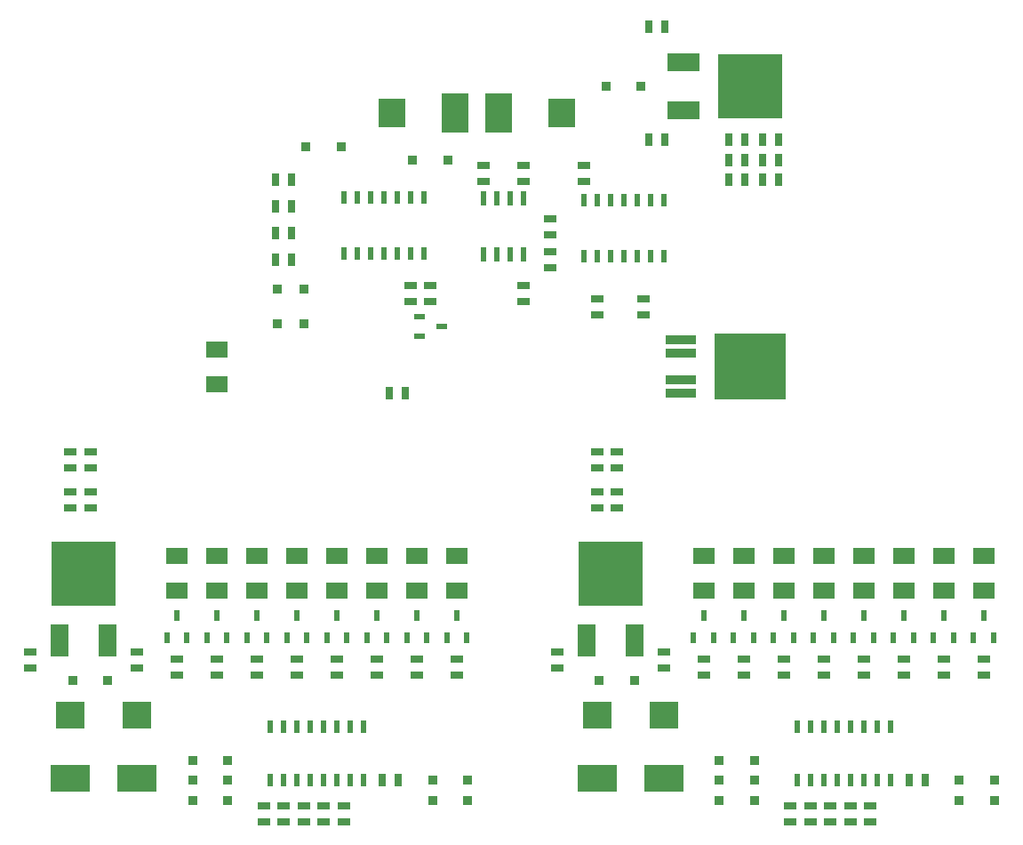
<source format=gtp>
G04 (created by PCBNEW (2013-may-18)-stable) date Tue 21 Oct 2014 09:53:05 PM CEST*
%MOIN*%
G04 Gerber Fmt 3.4, Leading zero omitted, Abs format*
%FSLAX34Y34*%
G01*
G70*
G90*
G04 APERTURE LIST*
%ADD10C,0.00590551*%
%ADD11R,0.045X0.025*%
%ADD12R,0.0335X0.0335*%
%ADD13R,0.1063X0.1004*%
%ADD14R,0.1496X0.1004*%
%ADD15R,0.065X0.12*%
%ADD16R,0.24X0.24*%
%ADD17R,0.025X0.045*%
%ADD18R,0.08X0.06*%
%ADD19R,0.02X0.045*%
%ADD20R,0.0236X0.0394*%
%ADD21R,0.0394X0.0236*%
%ADD22R,0.0236X0.0551*%
%ADD23R,0.12X0.065*%
%ADD24R,0.1004X0.1063*%
%ADD25R,0.1004X0.1496*%
%ADD26R,0.2677X0.2461*%
%ADD27R,0.1181X0.0319*%
G04 APERTURE END LIST*
G54D10*
G54D11*
X91000Y-60950D03*
X91000Y-61550D03*
X93250Y-61550D03*
X93250Y-60950D03*
X91750Y-61550D03*
X91750Y-60950D03*
X92500Y-61550D03*
X92500Y-60950D03*
X94000Y-61550D03*
X94000Y-60950D03*
G54D12*
X89659Y-60000D03*
X88341Y-60000D03*
X97341Y-60000D03*
X98659Y-60000D03*
X89659Y-59250D03*
X88341Y-59250D03*
X89659Y-60750D03*
X88341Y-60750D03*
X97341Y-60750D03*
X98659Y-60750D03*
G54D11*
X86250Y-55200D03*
X86250Y-55800D03*
G54D13*
X83750Y-57569D03*
G54D14*
X83750Y-59931D03*
G54D15*
X83350Y-54750D03*
G54D16*
X84250Y-52250D03*
G54D15*
X85150Y-54750D03*
G54D11*
X89250Y-55450D03*
X89250Y-56050D03*
X87750Y-55450D03*
X87750Y-56050D03*
X90750Y-55450D03*
X90750Y-56050D03*
G54D17*
X95450Y-60000D03*
X96050Y-60000D03*
G54D11*
X83750Y-48300D03*
X83750Y-47700D03*
X92250Y-55450D03*
X92250Y-56050D03*
X83750Y-49800D03*
X83750Y-49200D03*
X84500Y-48300D03*
X84500Y-47700D03*
X93750Y-55450D03*
X93750Y-56050D03*
X95250Y-55450D03*
X95250Y-56050D03*
X96750Y-55450D03*
X96750Y-56050D03*
X82250Y-55200D03*
X82250Y-55800D03*
X98250Y-55450D03*
X98250Y-56050D03*
X84500Y-49800D03*
X84500Y-49200D03*
G54D18*
X87750Y-52900D03*
X87750Y-51600D03*
X98250Y-52900D03*
X98250Y-51600D03*
X96750Y-52900D03*
X96750Y-51600D03*
X95250Y-52900D03*
X95250Y-51600D03*
X89250Y-52900D03*
X89250Y-51600D03*
X92250Y-52900D03*
X92250Y-51600D03*
X90750Y-52900D03*
X90750Y-51600D03*
X93750Y-52900D03*
X93750Y-51600D03*
G54D19*
X94750Y-58000D03*
X94250Y-58000D03*
X93750Y-58000D03*
X93250Y-58000D03*
X92750Y-58000D03*
X92250Y-58000D03*
X91750Y-58000D03*
X91250Y-58000D03*
X91250Y-60000D03*
X91750Y-60000D03*
X92250Y-60000D03*
X92750Y-60000D03*
X93250Y-60000D03*
X93750Y-60000D03*
X94250Y-60000D03*
X94750Y-60000D03*
G54D12*
X83841Y-56250D03*
X85159Y-56250D03*
G54D20*
X91875Y-54666D03*
X92250Y-53834D03*
X92625Y-54666D03*
X93375Y-54666D03*
X93750Y-53834D03*
X94125Y-54666D03*
X94875Y-54666D03*
X95250Y-53834D03*
X95625Y-54666D03*
X87375Y-54666D03*
X87750Y-53834D03*
X88125Y-54666D03*
X96375Y-54666D03*
X96750Y-53834D03*
X97125Y-54666D03*
X90375Y-54666D03*
X90750Y-53834D03*
X91125Y-54666D03*
X97875Y-54666D03*
X98250Y-53834D03*
X98625Y-54666D03*
X88875Y-54666D03*
X89250Y-53834D03*
X89625Y-54666D03*
G54D13*
X86250Y-57569D03*
G54D14*
X86250Y-59931D03*
G54D13*
X66500Y-57569D03*
G54D14*
X66500Y-59931D03*
G54D20*
X69125Y-54666D03*
X69500Y-53834D03*
X69875Y-54666D03*
X78125Y-54666D03*
X78500Y-53834D03*
X78875Y-54666D03*
X70625Y-54666D03*
X71000Y-53834D03*
X71375Y-54666D03*
X76625Y-54666D03*
X77000Y-53834D03*
X77375Y-54666D03*
X67625Y-54666D03*
X68000Y-53834D03*
X68375Y-54666D03*
X75125Y-54666D03*
X75500Y-53834D03*
X75875Y-54666D03*
X73625Y-54666D03*
X74000Y-53834D03*
X74375Y-54666D03*
X72125Y-54666D03*
X72500Y-53834D03*
X72875Y-54666D03*
G54D12*
X64091Y-56250D03*
X65409Y-56250D03*
G54D19*
X75000Y-58000D03*
X74500Y-58000D03*
X74000Y-58000D03*
X73500Y-58000D03*
X73000Y-58000D03*
X72500Y-58000D03*
X72000Y-58000D03*
X71500Y-58000D03*
X71500Y-60000D03*
X72000Y-60000D03*
X72500Y-60000D03*
X73000Y-60000D03*
X73500Y-60000D03*
X74000Y-60000D03*
X74500Y-60000D03*
X75000Y-60000D03*
G54D18*
X74000Y-52900D03*
X74000Y-51600D03*
X71000Y-52900D03*
X71000Y-51600D03*
X72500Y-52900D03*
X72500Y-51600D03*
X69500Y-52900D03*
X69500Y-51600D03*
X75500Y-52900D03*
X75500Y-51600D03*
X77000Y-52900D03*
X77000Y-51600D03*
X78500Y-52900D03*
X78500Y-51600D03*
X68000Y-52900D03*
X68000Y-51600D03*
G54D11*
X64750Y-49800D03*
X64750Y-49200D03*
X78500Y-55450D03*
X78500Y-56050D03*
X62500Y-55200D03*
X62500Y-55800D03*
X77000Y-55450D03*
X77000Y-56050D03*
X75500Y-55450D03*
X75500Y-56050D03*
X74000Y-55450D03*
X74000Y-56050D03*
X64750Y-48300D03*
X64750Y-47700D03*
X64000Y-49800D03*
X64000Y-49200D03*
X72500Y-55450D03*
X72500Y-56050D03*
X64000Y-48300D03*
X64000Y-47700D03*
G54D17*
X75700Y-60000D03*
X76300Y-60000D03*
G54D11*
X71000Y-55450D03*
X71000Y-56050D03*
X68000Y-55450D03*
X68000Y-56050D03*
X69500Y-55450D03*
X69500Y-56050D03*
G54D15*
X63600Y-54750D03*
G54D16*
X64500Y-52250D03*
G54D15*
X65400Y-54750D03*
G54D13*
X64000Y-57569D03*
G54D14*
X64000Y-59931D03*
G54D11*
X66500Y-55200D03*
X66500Y-55800D03*
G54D12*
X77591Y-60750D03*
X78909Y-60750D03*
X69909Y-60750D03*
X68591Y-60750D03*
X69909Y-59250D03*
X68591Y-59250D03*
X77591Y-60000D03*
X78909Y-60000D03*
X69909Y-60000D03*
X68591Y-60000D03*
G54D11*
X74250Y-61550D03*
X74250Y-60950D03*
X72750Y-61550D03*
X72750Y-60950D03*
X72000Y-61550D03*
X72000Y-60950D03*
X73500Y-61550D03*
X73500Y-60950D03*
X71250Y-60950D03*
X71250Y-61550D03*
G54D21*
X77084Y-42625D03*
X77916Y-43000D03*
X77084Y-43375D03*
G54D12*
X85409Y-34000D03*
X84091Y-34000D03*
G54D22*
X81000Y-40300D03*
X81000Y-38200D03*
X80500Y-40300D03*
X80000Y-40300D03*
X79500Y-40300D03*
X80500Y-38200D03*
X80000Y-38200D03*
X79500Y-38200D03*
G54D18*
X69500Y-43850D03*
X69500Y-45150D03*
G54D17*
X89950Y-37500D03*
X90550Y-37500D03*
G54D11*
X83750Y-41950D03*
X83750Y-42550D03*
X81000Y-41450D03*
X81000Y-42050D03*
X85500Y-41950D03*
X85500Y-42550D03*
G54D17*
X88700Y-37500D03*
X89300Y-37500D03*
G54D11*
X81000Y-36950D03*
X81000Y-37550D03*
X77500Y-41450D03*
X77500Y-42050D03*
X82000Y-38950D03*
X82000Y-39550D03*
X82000Y-40200D03*
X82000Y-40800D03*
X83250Y-37550D03*
X83250Y-36950D03*
G54D17*
X75950Y-45500D03*
X76550Y-45500D03*
G54D11*
X76750Y-41450D03*
X76750Y-42050D03*
G54D17*
X86300Y-31750D03*
X85700Y-31750D03*
G54D11*
X79500Y-36950D03*
X79500Y-37550D03*
G54D17*
X89950Y-36750D03*
X90550Y-36750D03*
X88700Y-36750D03*
X89300Y-36750D03*
X89950Y-36000D03*
X90550Y-36000D03*
X88700Y-36000D03*
X89300Y-36000D03*
X86300Y-36000D03*
X85700Y-36000D03*
G54D23*
X87000Y-33100D03*
G54D16*
X89500Y-34000D03*
G54D23*
X87000Y-34900D03*
G54D24*
X82431Y-35000D03*
G54D25*
X80069Y-35000D03*
G54D24*
X76069Y-35000D03*
G54D25*
X78431Y-35000D03*
G54D19*
X77250Y-38150D03*
X76750Y-38150D03*
X76250Y-38150D03*
X75750Y-38150D03*
X75250Y-38150D03*
X74750Y-38150D03*
X74250Y-38150D03*
X74250Y-40250D03*
X74750Y-40250D03*
X75250Y-40250D03*
X75750Y-40250D03*
X76250Y-40250D03*
X76750Y-40250D03*
X77250Y-40250D03*
G54D12*
X76841Y-36750D03*
X78159Y-36750D03*
X74159Y-36250D03*
X72841Y-36250D03*
X71750Y-41591D03*
X71750Y-42909D03*
X72750Y-41591D03*
X72750Y-42909D03*
G54D17*
X72300Y-37500D03*
X71700Y-37500D03*
X72300Y-38500D03*
X71700Y-38500D03*
X72300Y-39500D03*
X71700Y-39500D03*
X72300Y-40500D03*
X71700Y-40500D03*
G54D19*
X83250Y-40350D03*
X83750Y-40350D03*
X84250Y-40350D03*
X84750Y-40350D03*
X85250Y-40350D03*
X85750Y-40350D03*
X86250Y-40350D03*
X86250Y-38250D03*
X85750Y-38250D03*
X85250Y-38250D03*
X84750Y-38250D03*
X84250Y-38250D03*
X83750Y-38250D03*
X83250Y-38250D03*
G54D26*
X89500Y-44500D03*
G54D27*
X86902Y-43500D03*
X86902Y-44000D03*
X86902Y-45000D03*
X86902Y-45500D03*
M02*

</source>
